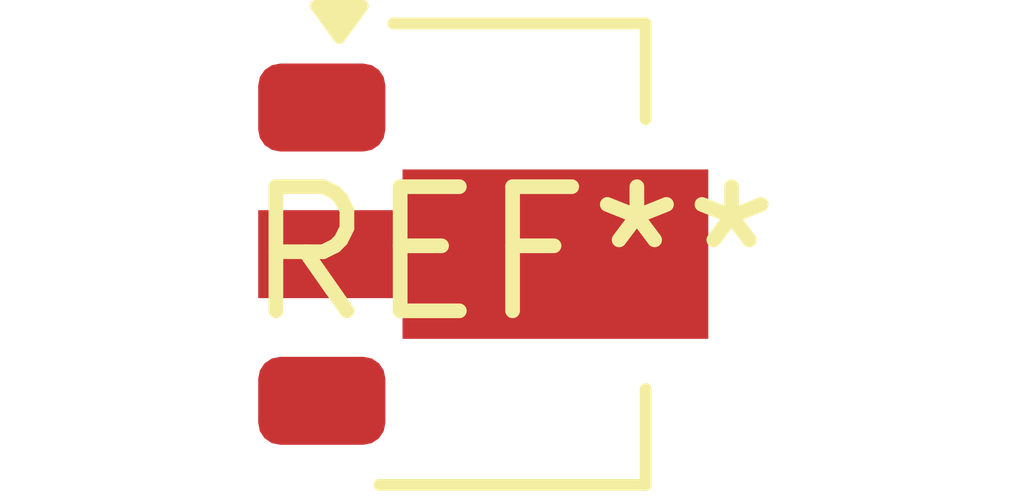
<source format=kicad_pcb>
(kicad_pcb (version 20240108) (generator pcbnew)
  (layers (0 "F.Cu" signal) (31 "B.Cu" signal) (34 "B.Paste" user) (35 "F.Paste" user) (36 "B.SilkS" user "B.Silkscreen") (37 "F.SilkS" user "F.Silkscreen") (38 "B.Mask" user) (39 "F.Mask" user) (44 "Edge.Cuts" user))
  (net 0 "")
  (footprint "SOT-89-3" (layer "F.Cu") (at 0 0)
    (property "Reference" "REF**")
    (property "Value" "SOT-89-3")
    (fp_line (start -1.22 -2.36) (end 1.36 -2.36) (layer "F.SilkS") (stroke (width 0.12)))
    (fp_line (start 1.36 -1.38) (end 1.36 -2.36) (layer "F.SilkS") (stroke (width 0.12)))
    (fp_line (start 1.36 1.38) (end 1.36 2.36) (layer "F.SilkS") (stroke (width 0.12)))
    (fp_line (start 1.36 2.36) (end -1.36 2.36) (layer "F.SilkS") (stroke (width 0.12)))
    (fp_poly (pts (xy -1.77 -2.21) (xy -2.01 -2.54) (xy -1.53 -2.54) (xy -1.77 -2.21)) (layer "F.SilkS") (stroke (width 0.12)) (fill solid))
    (pad "1" smd roundrect (at -1.95 -1.5) (size 1.3 0.9) (layers "F.Cu" "F.Paste" "F.Mask"))
    (pad "2" smd custom (at -1.8625 0) (size 1.475 0.9) (layers "F.Cu" "F.Paste" "F.Mask") (options (clearance outline) (anchor rect)) (primitives (gr_poly (pts (xy 3.8625 0.8665) (xy 0.7375 0.8665) (xy 0.7375 -0.8665) (xy 3.8625 -0.8665)) (width 0) (fill yes))))
    (pad "3" smd roundrect (at -1.95 1.5) (size 1.3 0.9) (layers "F.Cu" "F.Paste" "F.Mask"))
  )
)
</source>
